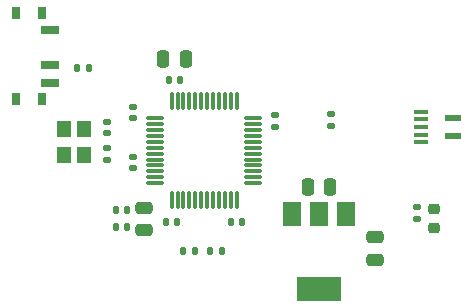
<source format=gbr>
%TF.GenerationSoftware,KiCad,Pcbnew,7.0.9*%
%TF.CreationDate,2024-01-06T18:59:37-08:00*%
%TF.ProjectId,STM32F103C8T6,53544d33-3246-4313-9033-433854362e6b,0.2*%
%TF.SameCoordinates,Original*%
%TF.FileFunction,Paste,Top*%
%TF.FilePolarity,Positive*%
%FSLAX46Y46*%
G04 Gerber Fmt 4.6, Leading zero omitted, Abs format (unit mm)*
G04 Created by KiCad (PCBNEW 7.0.9) date 2024-01-06 18:59:37*
%MOMM*%
%LPD*%
G01*
G04 APERTURE LIST*
G04 Aperture macros list*
%AMRoundRect*
0 Rectangle with rounded corners*
0 $1 Rounding radius*
0 $2 $3 $4 $5 $6 $7 $8 $9 X,Y pos of 4 corners*
0 Add a 4 corners polygon primitive as box body*
4,1,4,$2,$3,$4,$5,$6,$7,$8,$9,$2,$3,0*
0 Add four circle primitives for the rounded corners*
1,1,$1+$1,$2,$3*
1,1,$1+$1,$4,$5*
1,1,$1+$1,$6,$7*
1,1,$1+$1,$8,$9*
0 Add four rect primitives between the rounded corners*
20,1,$1+$1,$2,$3,$4,$5,0*
20,1,$1+$1,$4,$5,$6,$7,0*
20,1,$1+$1,$6,$7,$8,$9,0*
20,1,$1+$1,$8,$9,$2,$3,0*%
G04 Aperture macros list end*
%ADD10RoundRect,0.250000X-0.475000X0.250000X-0.475000X-0.250000X0.475000X-0.250000X0.475000X0.250000X0*%
%ADD11RoundRect,0.250000X-0.250000X-0.475000X0.250000X-0.475000X0.250000X0.475000X-0.250000X0.475000X0*%
%ADD12R,1.250000X0.400000*%
%ADD13R,1.350000X0.600000*%
%ADD14RoundRect,0.140000X0.170000X-0.140000X0.170000X0.140000X-0.170000X0.140000X-0.170000X-0.140000X0*%
%ADD15RoundRect,0.140000X-0.170000X0.140000X-0.170000X-0.140000X0.170000X-0.140000X0.170000X0.140000X0*%
%ADD16RoundRect,0.135000X0.135000X0.185000X-0.135000X0.185000X-0.135000X-0.185000X0.135000X-0.185000X0*%
%ADD17RoundRect,0.140000X0.140000X0.170000X-0.140000X0.170000X-0.140000X-0.170000X0.140000X-0.170000X0*%
%ADD18RoundRect,0.218750X-0.256250X0.218750X-0.256250X-0.218750X0.256250X-0.218750X0.256250X0.218750X0*%
%ADD19R,0.800000X1.000000*%
%ADD20R,1.500000X0.700000*%
%ADD21RoundRect,0.250000X0.475000X-0.250000X0.475000X0.250000X-0.475000X0.250000X-0.475000X-0.250000X0*%
%ADD22RoundRect,0.140000X-0.140000X-0.170000X0.140000X-0.170000X0.140000X0.170000X-0.140000X0.170000X0*%
%ADD23RoundRect,0.135000X-0.135000X-0.185000X0.135000X-0.185000X0.135000X0.185000X-0.135000X0.185000X0*%
%ADD24RoundRect,0.135000X-0.185000X0.135000X-0.185000X-0.135000X0.185000X-0.135000X0.185000X0.135000X0*%
%ADD25R,1.500000X2.000000*%
%ADD26R,3.800000X2.000000*%
%ADD27R,1.200000X1.400000*%
%ADD28RoundRect,0.075000X-0.662500X-0.075000X0.662500X-0.075000X0.662500X0.075000X-0.662500X0.075000X0*%
%ADD29RoundRect,0.075000X-0.075000X-0.662500X0.075000X-0.662500X0.075000X0.662500X-0.075000X0.662500X0*%
G04 APERTURE END LIST*
D10*
%TO.C,FB1*%
X99900000Y-89850000D03*
X99900000Y-91750000D03*
%TD*%
D11*
%TO.C,C1*%
X101550000Y-77250000D03*
X103450000Y-77250000D03*
%TD*%
D12*
%TO.C,J1*%
X123400000Y-84300000D03*
X123400000Y-83650000D03*
X123400000Y-83000000D03*
X123400000Y-82350000D03*
X123400000Y-81700000D03*
D13*
X126050000Y-83800000D03*
X126050000Y-82200000D03*
%TD*%
D14*
%TO.C,C2*%
X99000000Y-82230000D03*
X99000000Y-81270000D03*
%TD*%
D15*
%TO.C,C4*%
X111000000Y-82020000D03*
X111000000Y-82980000D03*
%TD*%
D16*
%TO.C,R5*%
X106480000Y-93500000D03*
X105460000Y-93500000D03*
%TD*%
D17*
%TO.C,C8*%
X98480000Y-91500000D03*
X97520000Y-91500000D03*
%TD*%
%TO.C,C5*%
X108230000Y-91000000D03*
X107270000Y-91000000D03*
%TD*%
D18*
%TO.C,D1*%
X124500000Y-89962500D03*
X124500000Y-91537500D03*
%TD*%
D19*
%TO.C,SW1*%
X91280000Y-73350000D03*
X89070000Y-73350000D03*
X91280000Y-80650000D03*
X89070000Y-80650000D03*
D20*
X91930000Y-74750000D03*
X91930000Y-77750000D03*
X91930000Y-79250000D03*
%TD*%
D21*
%TO.C,C13*%
X119500000Y-94250000D03*
X119500000Y-92350000D03*
%TD*%
D22*
%TO.C,C3*%
X102020000Y-79000000D03*
X102980000Y-79000000D03*
%TD*%
D11*
%TO.C,C12*%
X113800000Y-88050000D03*
X115700000Y-88050000D03*
%TD*%
D14*
%TO.C,C6*%
X99000000Y-86480000D03*
X99000000Y-85520000D03*
%TD*%
D23*
%TO.C,R4*%
X103210000Y-93500000D03*
X104230000Y-93500000D03*
%TD*%
D24*
%TO.C,R3*%
X123000000Y-89740000D03*
X123000000Y-90760000D03*
%TD*%
D17*
%TO.C,C7*%
X98480000Y-90000000D03*
X97520000Y-90000000D03*
%TD*%
D23*
%TO.C,R1*%
X94215000Y-78000000D03*
X95235000Y-78000000D03*
%TD*%
D25*
%TO.C,U2*%
X117050000Y-90400000D03*
X114750000Y-90400000D03*
D26*
X114750000Y-96700000D03*
D25*
X112450000Y-90400000D03*
%TD*%
D22*
%TO.C,C9*%
X101770000Y-91000000D03*
X102730000Y-91000000D03*
%TD*%
D27*
%TO.C,Y1*%
X93150000Y-83170000D03*
X93150000Y-85370000D03*
X94850000Y-85370000D03*
X94850000Y-83170000D03*
%TD*%
D24*
%TO.C,R2*%
X115750000Y-81890000D03*
X115750000Y-82910000D03*
%TD*%
D28*
%TO.C,U1*%
X100837500Y-82250000D03*
X100837500Y-82750000D03*
X100837500Y-83250000D03*
X100837500Y-83750000D03*
X100837500Y-84250000D03*
X100837500Y-84750000D03*
X100837500Y-85250000D03*
X100837500Y-85750000D03*
X100837500Y-86250000D03*
X100837500Y-86750000D03*
X100837500Y-87250000D03*
X100837500Y-87750000D03*
D29*
X102250000Y-89162500D03*
X102750000Y-89162500D03*
X103250000Y-89162500D03*
X103750000Y-89162500D03*
X104250000Y-89162500D03*
X104750000Y-89162500D03*
X105250000Y-89162500D03*
X105750000Y-89162500D03*
X106250000Y-89162500D03*
X106750000Y-89162500D03*
X107250000Y-89162500D03*
X107750000Y-89162500D03*
D28*
X109162500Y-87750000D03*
X109162500Y-87250000D03*
X109162500Y-86750000D03*
X109162500Y-86250000D03*
X109162500Y-85750000D03*
X109162500Y-85250000D03*
X109162500Y-84750000D03*
X109162500Y-84250000D03*
X109162500Y-83750000D03*
X109162500Y-83250000D03*
X109162500Y-82750000D03*
X109162500Y-82250000D03*
D29*
X107750000Y-80837500D03*
X107250000Y-80837500D03*
X106750000Y-80837500D03*
X106250000Y-80837500D03*
X105750000Y-80837500D03*
X105250000Y-80837500D03*
X104750000Y-80837500D03*
X104250000Y-80837500D03*
X103750000Y-80837500D03*
X103250000Y-80837500D03*
X102750000Y-80837500D03*
X102250000Y-80837500D03*
%TD*%
D14*
%TO.C,C10*%
X96750000Y-83500000D03*
X96750000Y-82540000D03*
%TD*%
%TO.C,C11*%
X96750000Y-85750000D03*
X96750000Y-84790000D03*
%TD*%
M02*

</source>
